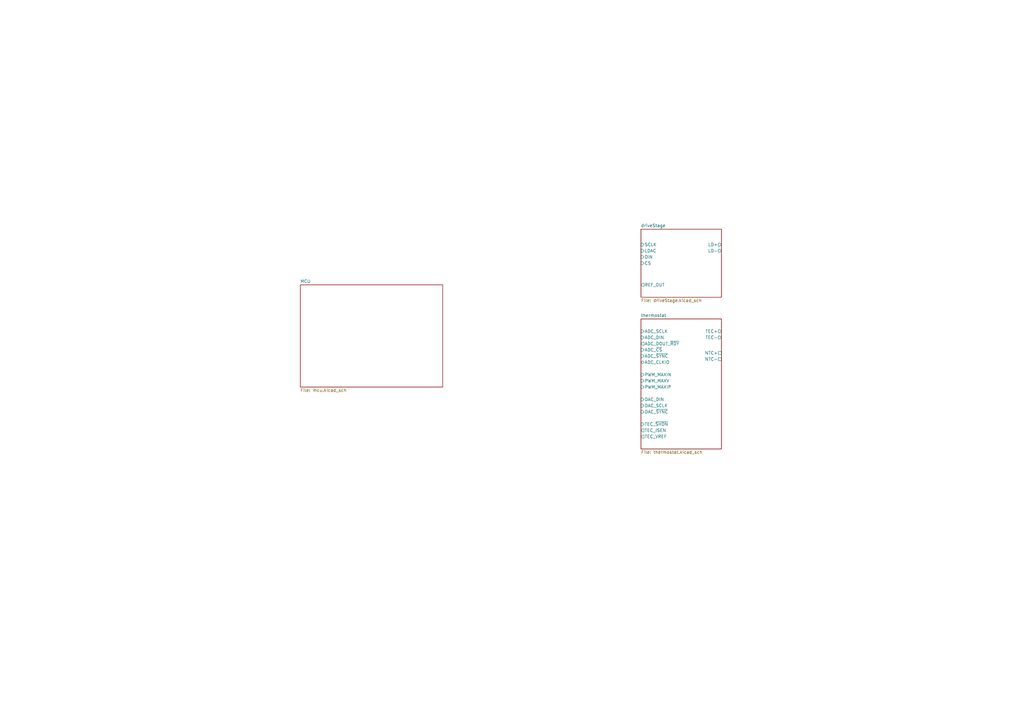
<source format=kicad_sch>
(kicad_sch (version 20211123) (generator eeschema)
  (paper "A3")
  (lib_symbols)
  (sheet (at 262.89 93.98) (size 33.02 27.94) (stroke (width 0.1524))
    (property "Sheet name" "driveStage" (at 262.89 93.2684 0) (effects (justify left bottom)))
    (property "Sheet file" "driveStage.kicad_sch" (at 262.89 122.5046 0) (effects (justify left top)))
    (pin "LD-" output (at 295.91 102.87 0))
    (pin "LD+" output (at 295.91 100.33 0))
    (pin "REF_OUT" output (at 262.89 116.84 180))
    (pin "SCLK" input (at 262.89 100.33 180))
    (pin "LDAC" input (at 262.89 102.87 180))
    (pin "DIN" input (at 262.89 105.41 180))
    (pin "CS" input (at 262.89 107.95 180))
  )
  (sheet (at 262.89 130.81) (size 33.02 53.34) (stroke (width 0.1524))
    (property "Sheet name" "thermostat" (at 262.89 130.0984 0) (effects (justify left bottom)))
    (property "Sheet file" "thermostat.kicad_sch" (at 262.89 184.7346 0) (effects (justify left top)))
    (pin "TEC-" output (at 295.91 138.43 0))
    (pin "TEC+" output (at 295.91 135.89 0))
    (pin "NTC-" passive (at 295.91 147.32 0))
    (pin "NTC+" passive (at 295.91 144.78 0))
    (pin "DAC_~{SYNC}" input (at 262.89 168.91 180))
    (pin "DAC_SCLK" input (at 262.89 166.37 180))
    (pin "DAC_DIN" input (at 262.89 163.83 180))
    (pin "PWM_MAXV" input (at 262.89 156.21 180))
    (pin "ADC_SCLK" input (at 262.89 135.89 180))
    (pin "ADC_DIN" input (at 262.89 138.43 180))
    (pin "ADC_DOUT_~{RDY}" output (at 262.89 140.97 180))
    (pin "ADC_~{CS}" input (at 262.89 143.51 180))
    (pin "ADC_~{SYNC}" input (at 262.89 146.05 180))
    (pin "ADC_CLKIO" bidirectional (at 262.89 148.59 180))
    (pin "PWM_MAXIN" input (at 262.89 153.67 180))
    (pin "PWM_MAXIP" input (at 262.89 158.75 180))
    (pin "TEC_~{SHDN}" input (at 262.89 173.99 180))
    (pin "TEC_ISEN" output (at 262.89 176.53 180))
    (pin "TEC_VREF" output (at 262.89 179.07 180))
  )
  (sheet (at 123.19 116.84) (size 58.42 41.91) (stroke (width 0.1524))
    (property "Sheet name" "MCU" (at 123.19 116.1284 0) (effects (justify left bottom)))
    (property "Sheet file" "mcu.kicad_sch" (at 123.19 159.3346 0) (effects (justify left top)))
  )
)
</source>
